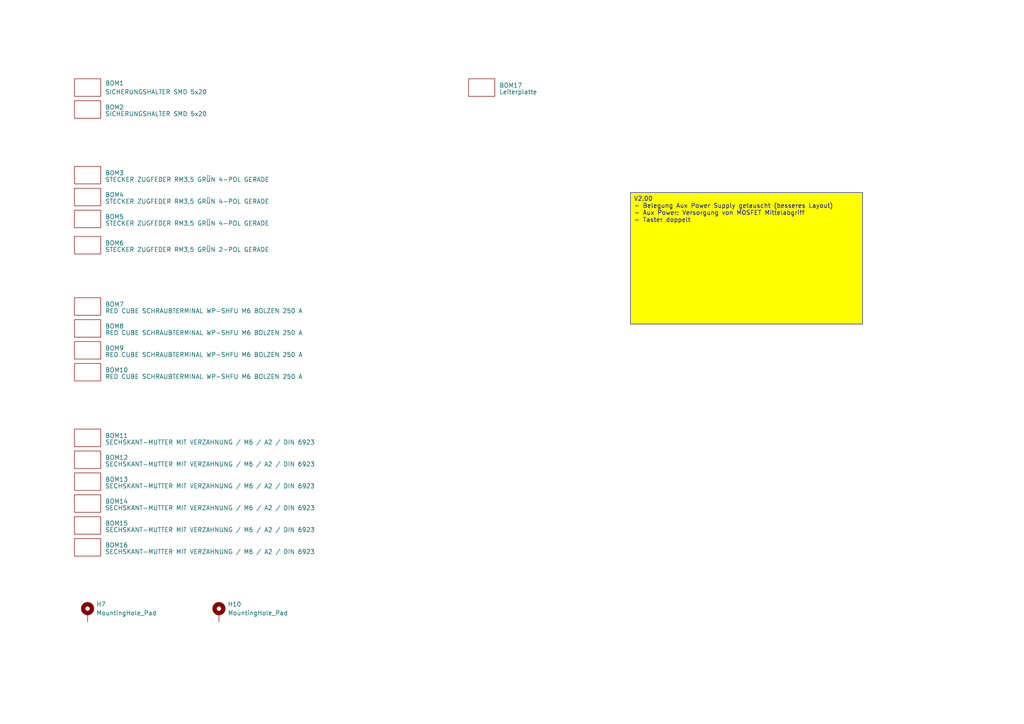
<source format=kicad_sch>
(kicad_sch
	(version 20250114)
	(generator "eeschema")
	(generator_version "9.0")
	(uuid "d2a2d163-13e4-4f1d-aa3d-79667ae6d2fb")
	(paper "A4")
	(lib_symbols
		(symbol "Mechanical:MountingHole_Pad"
			(pin_numbers
				(hide yes)
			)
			(pin_names
				(offset 1.016)
				(hide yes)
			)
			(exclude_from_sim yes)
			(in_bom no)
			(on_board yes)
			(property "Reference" "H"
				(at 0 6.35 0)
				(effects
					(font
						(size 1.27 1.27)
					)
				)
			)
			(property "Value" "MountingHole_Pad"
				(at 0 4.445 0)
				(effects
					(font
						(size 1.27 1.27)
					)
				)
			)
			(property "Footprint" ""
				(at 0 0 0)
				(effects
					(font
						(size 1.27 1.27)
					)
					(hide yes)
				)
			)
			(property "Datasheet" "~"
				(at 0 0 0)
				(effects
					(font
						(size 1.27 1.27)
					)
					(hide yes)
				)
			)
			(property "Description" "Mounting Hole with connection"
				(at 0 0 0)
				(effects
					(font
						(size 1.27 1.27)
					)
					(hide yes)
				)
			)
			(property "ki_keywords" "mounting hole"
				(at 0 0 0)
				(effects
					(font
						(size 1.27 1.27)
					)
					(hide yes)
				)
			)
			(property "ki_fp_filters" "MountingHole*Pad*"
				(at 0 0 0)
				(effects
					(font
						(size 1.27 1.27)
					)
					(hide yes)
				)
			)
			(symbol "MountingHole_Pad_0_1"
				(circle
					(center 0 1.27)
					(radius 1.27)
					(stroke
						(width 1.27)
						(type default)
					)
					(fill
						(type none)
					)
				)
			)
			(symbol "MountingHole_Pad_1_1"
				(pin input line
					(at 0 -2.54 90)
					(length 2.54)
					(name "1"
						(effects
							(font
								(size 1.27 1.27)
							)
						)
					)
					(number "1"
						(effects
							(font
								(size 1.27 1.27)
							)
						)
					)
				)
			)
			(embedded_fonts no)
		)
		(symbol "myBOM_Part:BOM-Part"
			(pin_numbers
				(hide yes)
			)
			(pin_names
				(offset 0)
				(hide yes)
			)
			(exclude_from_sim no)
			(in_bom yes)
			(on_board no)
			(property "Reference" "BOM"
				(at 0 0 0)
				(effects
					(font
						(size 1.27 1.27)
					)
				)
			)
			(property "Value" ""
				(at 0 0 0)
				(effects
					(font
						(size 1.27 1.27)
					)
				)
			)
			(property "Footprint" "myDummy:BOM-Dummy"
				(at 0 0 0)
				(effects
					(font
						(size 1.27 1.27)
					)
					(hide yes)
				)
			)
			(property "Datasheet" ""
				(at 0 0 0)
				(effects
					(font
						(size 1.27 1.27)
					)
					(hide yes)
				)
			)
			(property "Description" ""
				(at 0 0 0)
				(effects
					(font
						(size 1.27 1.27)
					)
					(hide yes)
				)
			)
			(symbol "BOM-Part_0_1"
				(rectangle
					(start -3.81 2.54)
					(end 3.81 -2.54)
					(stroke
						(width 0)
						(type default)
					)
					(fill
						(type none)
					)
				)
			)
			(embedded_fonts no)
		)
	)
	(text_box "V2.00\n- Belegung Aux Power Supply getauscht (besseres Layout)\n- Aux Power: Versorgung von MOSFET Mittelabgriff\n- Taster doppelt\n"
		(exclude_from_sim no)
		(at 182.88 55.88 0)
		(size 67.31 38.1)
		(margins 0.9525 0.9525 0.9525 0.9525)
		(stroke
			(width 0)
			(type solid)
		)
		(fill
			(type color)
			(color 255 255 0 1)
		)
		(effects
			(font
				(size 1.27 1.27)
			)
			(justify left top)
		)
		(uuid "24112d1c-5aa9-49ef-988a-13f18db7bec7")
	)
	(symbol
		(lib_id "myBOM_Part:BOM-Part")
		(at 25.4 158.75 0)
		(unit 1)
		(exclude_from_sim no)
		(in_bom yes)
		(on_board yes)
		(dnp no)
		(fields_autoplaced yes)
		(uuid "13be8445-2381-4989-b0c8-cb0b27a90645")
		(property "Reference" "BOM16"
			(at 30.48 158.1149 0)
			(effects
				(font
					(size 1.27 1.27)
				)
				(justify left)
			)
		)
		(property "Value" "SECHSKANT-MUTTER MIT VERZAHNUNG / M6 / A2 / DIN 6923"
			(at 30.48 160.02 0)
			(effects
				(font
					(size 1.27 1.27)
				)
				(justify left)
			)
		)
		(property "Footprint" "myBOM:BOM_PART_2x2mm"
			(at 25.4 158.75 0)
			(effects
				(font
					(size 1.27 1.27)
				)
				(hide yes)
			)
		)
		(property "Datasheet" ""
			(at 25.4 158.75 0)
			(effects
				(font
					(size 1.27 1.27)
				)
				(hide yes)
			)
		)
		(property "Description" "SECHSKANT-MUTTER MIT VERZAHNUNG / M6 / A2 / DIN 6923"
			(at 25.4 158.75 0)
			(effects
				(font
					(size 1.27 1.27)
				)
				(hide yes)
			)
		)
		(property "ECS Art#" "M589"
			(at 25.4 158.75 0)
			(effects
				(font
					(size 1.27 1.27)
				)
				(hide yes)
			)
		)
		(property "HAN" ""
			(at 25.4 158.75 0)
			(effects
				(font
					(size 1.27 1.27)
				)
				(hide yes)
			)
		)
		(property "Voltage" ""
			(at 25.4 158.75 0)
			(effects
				(font
					(size 1.27 1.27)
				)
				(hide yes)
			)
		)
		(property "Toleranz" ""
			(at 25.4 158.75 0)
			(effects
				(font
					(size 1.27 1.27)
				)
				(hide yes)
			)
		)
		(property "Hersteller" ""
			(at 25.4 158.75 0)
			(effects
				(font
					(size 1.27 1.27)
				)
				(hide yes)
			)
		)
		(instances
			(project "smartPro"
				(path "/bf1f8167-8e29-49cc-a467-dd9cc2c77246/4875905e-d35e-4049-a6aa-c7869d81fd32"
					(reference "BOM16")
					(unit 1)
				)
			)
		)
	)
	(symbol
		(lib_id "myBOM_Part:BOM-Part")
		(at 25.4 101.6 0)
		(unit 1)
		(exclude_from_sim no)
		(in_bom yes)
		(on_board yes)
		(dnp no)
		(fields_autoplaced yes)
		(uuid "1b6df1ec-0485-4b7d-a5ee-514894bd27bb")
		(property "Reference" "BOM9"
			(at 30.48 100.9649 0)
			(effects
				(font
					(size 1.27 1.27)
				)
				(justify left)
			)
		)
		(property "Value" "RED CUBE SCHRAUBTERMINAL WP-SHFU M6 BOLZEN 250 A"
			(at 30.48 102.87 0)
			(effects
				(font
					(size 1.27 1.27)
				)
				(justify left)
			)
		)
		(property "Footprint" "myBOM:BOM_PART_2x2mm"
			(at 25.4 101.6 0)
			(effects
				(font
					(size 1.27 1.27)
				)
				(hide yes)
			)
		)
		(property "Datasheet" ""
			(at 25.4 101.6 0)
			(effects
				(font
					(size 1.27 1.27)
				)
				(hide yes)
			)
		)
		(property "Description" "RED CUBE SCHRAUBTERMINAL WP-SHFU M6 BOLZEN 250 A"
			(at 25.4 101.6 0)
			(effects
				(font
					(size 1.27 1.27)
				)
				(hide yes)
			)
		)
		(property "ECS Art#" "CON521"
			(at 25.4 101.6 0)
			(effects
				(font
					(size 1.27 1.27)
				)
				(hide yes)
			)
		)
		(property "HAN" "7461098"
			(at 25.4 101.6 0)
			(effects
				(font
					(size 1.27 1.27)
				)
				(hide yes)
			)
		)
		(property "Voltage" ""
			(at 25.4 101.6 0)
			(effects
				(font
					(size 1.27 1.27)
				)
				(hide yes)
			)
		)
		(property "Toleranz" ""
			(at 25.4 101.6 0)
			(effects
				(font
					(size 1.27 1.27)
				)
				(hide yes)
			)
		)
		(property "Hersteller" "Würth"
			(at 25.4 101.6 0)
			(effects
				(font
					(size 1.27 1.27)
				)
				(hide yes)
			)
		)
		(instances
			(project "smartPro"
				(path "/bf1f8167-8e29-49cc-a467-dd9cc2c77246/4875905e-d35e-4049-a6aa-c7869d81fd32"
					(reference "BOM9")
					(unit 1)
				)
			)
		)
	)
	(symbol
		(lib_id "myBOM_Part:BOM-Part")
		(at 25.4 146.05 0)
		(unit 1)
		(exclude_from_sim no)
		(in_bom yes)
		(on_board yes)
		(dnp no)
		(fields_autoplaced yes)
		(uuid "2a14a79f-b15b-4981-b6b1-db220f193080")
		(property "Reference" "BOM14"
			(at 30.48 145.4149 0)
			(effects
				(font
					(size 1.27 1.27)
				)
				(justify left)
			)
		)
		(property "Value" "SECHSKANT-MUTTER MIT VERZAHNUNG / M6 / A2 / DIN 6923"
			(at 30.48 147.32 0)
			(effects
				(font
					(size 1.27 1.27)
				)
				(justify left)
			)
		)
		(property "Footprint" "myBOM:BOM_PART_2x2mm"
			(at 25.4 146.05 0)
			(effects
				(font
					(size 1.27 1.27)
				)
				(hide yes)
			)
		)
		(property "Datasheet" ""
			(at 25.4 146.05 0)
			(effects
				(font
					(size 1.27 1.27)
				)
				(hide yes)
			)
		)
		(property "Description" "SECHSKANT-MUTTER MIT VERZAHNUNG / M6 / A2 / DIN 6923"
			(at 25.4 146.05 0)
			(effects
				(font
					(size 1.27 1.27)
				)
				(hide yes)
			)
		)
		(property "ECS Art#" "M589"
			(at 25.4 146.05 0)
			(effects
				(font
					(size 1.27 1.27)
				)
				(hide yes)
			)
		)
		(property "HAN" ""
			(at 25.4 146.05 0)
			(effects
				(font
					(size 1.27 1.27)
				)
				(hide yes)
			)
		)
		(property "Voltage" ""
			(at 25.4 146.05 0)
			(effects
				(font
					(size 1.27 1.27)
				)
				(hide yes)
			)
		)
		(property "Toleranz" ""
			(at 25.4 146.05 0)
			(effects
				(font
					(size 1.27 1.27)
				)
				(hide yes)
			)
		)
		(property "Hersteller" ""
			(at 25.4 146.05 0)
			(effects
				(font
					(size 1.27 1.27)
				)
				(hide yes)
			)
		)
		(instances
			(project "smartPro"
				(path "/bf1f8167-8e29-49cc-a467-dd9cc2c77246/4875905e-d35e-4049-a6aa-c7869d81fd32"
					(reference "BOM14")
					(unit 1)
				)
			)
		)
	)
	(symbol
		(lib_id "myBOM_Part:BOM-Part")
		(at 25.4 139.7 0)
		(unit 1)
		(exclude_from_sim no)
		(in_bom yes)
		(on_board yes)
		(dnp no)
		(fields_autoplaced yes)
		(uuid "2ff67a74-e4b4-4e20-ba8c-99282f2a2b30")
		(property "Reference" "BOM13"
			(at 30.48 139.0649 0)
			(effects
				(font
					(size 1.27 1.27)
				)
				(justify left)
			)
		)
		(property "Value" "SECHSKANT-MUTTER MIT VERZAHNUNG / M6 / A2 / DIN 6923"
			(at 30.48 140.97 0)
			(effects
				(font
					(size 1.27 1.27)
				)
				(justify left)
			)
		)
		(property "Footprint" "myBOM:BOM_PART_2x2mm"
			(at 25.4 139.7 0)
			(effects
				(font
					(size 1.27 1.27)
				)
				(hide yes)
			)
		)
		(property "Datasheet" ""
			(at 25.4 139.7 0)
			(effects
				(font
					(size 1.27 1.27)
				)
				(hide yes)
			)
		)
		(property "Description" "SECHSKANT-MUTTER MIT VERZAHNUNG / M6 / A2 / DIN 6923"
			(at 25.4 139.7 0)
			(effects
				(font
					(size 1.27 1.27)
				)
				(hide yes)
			)
		)
		(property "ECS Art#" "M589"
			(at 25.4 139.7 0)
			(effects
				(font
					(size 1.27 1.27)
				)
				(hide yes)
			)
		)
		(property "HAN" ""
			(at 25.4 139.7 0)
			(effects
				(font
					(size 1.27 1.27)
				)
				(hide yes)
			)
		)
		(property "Voltage" ""
			(at 25.4 139.7 0)
			(effects
				(font
					(size 1.27 1.27)
				)
				(hide yes)
			)
		)
		(property "Toleranz" ""
			(at 25.4 139.7 0)
			(effects
				(font
					(size 1.27 1.27)
				)
				(hide yes)
			)
		)
		(property "Hersteller" ""
			(at 25.4 139.7 0)
			(effects
				(font
					(size 1.27 1.27)
				)
				(hide yes)
			)
		)
		(instances
			(project "smartPro"
				(path "/bf1f8167-8e29-49cc-a467-dd9cc2c77246/4875905e-d35e-4049-a6aa-c7869d81fd32"
					(reference "BOM13")
					(unit 1)
				)
			)
		)
	)
	(symbol
		(lib_id "myBOM_Part:BOM-Part")
		(at 25.4 107.95 0)
		(unit 1)
		(exclude_from_sim no)
		(in_bom yes)
		(on_board yes)
		(dnp no)
		(fields_autoplaced yes)
		(uuid "33ba4f5c-fa84-45f2-bf01-aade6a0ebfe8")
		(property "Reference" "BOM10"
			(at 30.48 107.3149 0)
			(effects
				(font
					(size 1.27 1.27)
				)
				(justify left)
			)
		)
		(property "Value" "RED CUBE SCHRAUBTERMINAL WP-SHFU M6 BOLZEN 250 A"
			(at 30.48 109.22 0)
			(effects
				(font
					(size 1.27 1.27)
				)
				(justify left)
			)
		)
		(property "Footprint" "myBOM:BOM_PART_2x2mm"
			(at 25.4 107.95 0)
			(effects
				(font
					(size 1.27 1.27)
				)
				(hide yes)
			)
		)
		(property "Datasheet" ""
			(at 25.4 107.95 0)
			(effects
				(font
					(size 1.27 1.27)
				)
				(hide yes)
			)
		)
		(property "Description" "RED CUBE SCHRAUBTERMINAL WP-SHFU M6 BOLZEN 250 A"
			(at 25.4 107.95 0)
			(effects
				(font
					(size 1.27 1.27)
				)
				(hide yes)
			)
		)
		(property "ECS Art#" "CON521"
			(at 25.4 107.95 0)
			(effects
				(font
					(size 1.27 1.27)
				)
				(hide yes)
			)
		)
		(property "HAN" "7461098"
			(at 25.4 107.95 0)
			(effects
				(font
					(size 1.27 1.27)
				)
				(hide yes)
			)
		)
		(property "Voltage" ""
			(at 25.4 107.95 0)
			(effects
				(font
					(size 1.27 1.27)
				)
				(hide yes)
			)
		)
		(property "Toleranz" ""
			(at 25.4 107.95 0)
			(effects
				(font
					(size 1.27 1.27)
				)
				(hide yes)
			)
		)
		(property "Hersteller" "Würth"
			(at 25.4 107.95 0)
			(effects
				(font
					(size 1.27 1.27)
				)
				(hide yes)
			)
		)
		(instances
			(project "smartPro"
				(path "/bf1f8167-8e29-49cc-a467-dd9cc2c77246/4875905e-d35e-4049-a6aa-c7869d81fd32"
					(reference "BOM10")
					(unit 1)
				)
			)
		)
	)
	(symbol
		(lib_id "myBOM_Part:BOM-Part")
		(at 25.4 95.25 0)
		(unit 1)
		(exclude_from_sim no)
		(in_bom yes)
		(on_board yes)
		(dnp no)
		(fields_autoplaced yes)
		(uuid "3af4fbd4-d40e-452c-9e32-001077c1c6aa")
		(property "Reference" "BOM8"
			(at 30.48 94.6149 0)
			(effects
				(font
					(size 1.27 1.27)
				)
				(justify left)
			)
		)
		(property "Value" "RED CUBE SCHRAUBTERMINAL WP-SHFU M6 BOLZEN 250 A"
			(at 30.48 96.52 0)
			(effects
				(font
					(size 1.27 1.27)
				)
				(justify left)
			)
		)
		(property "Footprint" "myBOM:BOM_PART_2x2mm"
			(at 25.4 95.25 0)
			(effects
				(font
					(size 1.27 1.27)
				)
				(hide yes)
			)
		)
		(property "Datasheet" ""
			(at 25.4 95.25 0)
			(effects
				(font
					(size 1.27 1.27)
				)
				(hide yes)
			)
		)
		(property "Description" "RED CUBE SCHRAUBTERMINAL WP-SHFU M6 BOLZEN 250 A"
			(at 25.4 95.25 0)
			(effects
				(font
					(size 1.27 1.27)
				)
				(hide yes)
			)
		)
		(property "ECS Art#" "CON521"
			(at 25.4 95.25 0)
			(effects
				(font
					(size 1.27 1.27)
				)
				(hide yes)
			)
		)
		(property "HAN" "7461098"
			(at 25.4 95.25 0)
			(effects
				(font
					(size 1.27 1.27)
				)
				(hide yes)
			)
		)
		(property "Voltage" ""
			(at 25.4 95.25 0)
			(effects
				(font
					(size 1.27 1.27)
				)
				(hide yes)
			)
		)
		(property "Toleranz" ""
			(at 25.4 95.25 0)
			(effects
				(font
					(size 1.27 1.27)
				)
				(hide yes)
			)
		)
		(property "Hersteller" "Würth"
			(at 25.4 95.25 0)
			(effects
				(font
					(size 1.27 1.27)
				)
				(hide yes)
			)
		)
		(instances
			(project "smartPro"
				(path "/bf1f8167-8e29-49cc-a467-dd9cc2c77246/4875905e-d35e-4049-a6aa-c7869d81fd32"
					(reference "BOM8")
					(unit 1)
				)
			)
		)
	)
	(symbol
		(lib_id "myBOM_Part:BOM-Part")
		(at 25.4 50.8 0)
		(unit 1)
		(exclude_from_sim no)
		(in_bom yes)
		(on_board yes)
		(dnp no)
		(fields_autoplaced yes)
		(uuid "3b1edae6-9a49-468b-9575-917881cfa914")
		(property "Reference" "BOM3"
			(at 30.48 50.1649 0)
			(effects
				(font
					(size 1.27 1.27)
				)
				(justify left)
			)
		)
		(property "Value" "STECKER ZUGFEDER RM3,5 GRÜN 4-POL GERADE"
			(at 30.48 52.07 0)
			(effects
				(font
					(size 1.27 1.27)
				)
				(justify left)
			)
		)
		(property "Footprint" "myBOM:BOM_PART_2x2mm"
			(at 25.4 50.8 0)
			(effects
				(font
					(size 1.27 1.27)
				)
				(hide yes)
			)
		)
		(property "Datasheet" "https://www.lcsc.com/datasheet/lcsc_datasheet_2111222030_Cixi-Kefa-Elec-KF2EDGKN-3-5-4P_C2923001.pdf"
			(at 25.4 50.8 0)
			(effects
				(font
					(size 1.27 1.27)
				)
				(hide yes)
			)
		)
		(property "Description" "STECKER ZUGFEDER RM3,5 GRÜN 4-POL GERADE"
			(at 25.4 50.8 0)
			(effects
				(font
					(size 1.27 1.27)
				)
				(hide yes)
			)
		)
		(property "ECS Art#" "CON592"
			(at 25.4 50.8 0)
			(effects
				(font
					(size 1.27 1.27)
				)
				(hide yes)
			)
		)
		(property "HAN" "KF2EDGKN-3.5-4P"
			(at 25.4 50.8 0)
			(effects
				(font
					(size 1.27 1.27)
				)
				(hide yes)
			)
		)
		(property "Voltage" ""
			(at 25.4 50.8 0)
			(effects
				(font
					(size 1.27 1.27)
				)
				(hide yes)
			)
		)
		(property "Toleranz" ""
			(at 25.4 50.8 0)
			(effects
				(font
					(size 1.27 1.27)
				)
				(hide yes)
			)
		)
		(property "Hersteller" "Cici"
			(at 25.4 50.8 0)
			(effects
				(font
					(size 1.27 1.27)
				)
				(hide yes)
			)
		)
		(instances
			(project "greenSmartSwitch"
				(path "/bf1f8167-8e29-49cc-a467-dd9cc2c77246/4875905e-d35e-4049-a6aa-c7869d81fd32"
					(reference "BOM3")
					(unit 1)
				)
			)
		)
	)
	(symbol
		(lib_id "myBOM_Part:BOM-Part")
		(at 139.7 25.4 0)
		(unit 1)
		(exclude_from_sim no)
		(in_bom yes)
		(on_board yes)
		(dnp no)
		(fields_autoplaced yes)
		(uuid "4b9b21af-a34a-4336-aa7c-8aa0c8a915e5")
		(property "Reference" "BOM17"
			(at 144.78 24.7649 0)
			(effects
				(font
					(size 1.27 1.27)
				)
				(justify left)
			)
		)
		(property "Value" "Leiterplatte"
			(at 144.78 26.67 0)
			(effects
				(font
					(size 1.27 1.27)
				)
				(justify left)
			)
		)
		(property "Footprint" "myBOM:BOM_PART_2x2mm"
			(at 139.7 25.4 0)
			(effects
				(font
					(size 1.27 1.27)
				)
				(hide yes)
			)
		)
		(property "Datasheet" ""
			(at 139.7 25.4 0)
			(effects
				(font
					(size 1.27 1.27)
				)
				(hide yes)
			)
		)
		(property "Description" "ECS_SMART_PRO_209_LP"
			(at 139.7 25.4 0)
			(effects
				(font
					(size 1.27 1.27)
				)
				(hide yes)
			)
		)
		(property "ECS Art#" "PT097"
			(at 139.7 25.4 0)
			(effects
				(font
					(size 1.27 1.27)
				)
				(hide yes)
			)
		)
		(property "HAN" ""
			(at 139.7 25.4 0)
			(effects
				(font
					(size 1.27 1.27)
				)
				(hide yes)
			)
		)
		(property "Voltage" ""
			(at 139.7 25.4 0)
			(effects
				(font
					(size 1.27 1.27)
				)
				(hide yes)
			)
		)
		(property "Toleranz" ""
			(at 139.7 25.4 0)
			(effects
				(font
					(size 1.27 1.27)
				)
				(hide yes)
			)
		)
		(property "Hersteller" ""
			(at 139.7 25.4 0)
			(effects
				(font
					(size 1.27 1.27)
				)
				(hide yes)
			)
		)
		(instances
			(project "greenSmartSwitch"
				(path "/bf1f8167-8e29-49cc-a467-dd9cc2c77246/4875905e-d35e-4049-a6aa-c7869d81fd32"
					(reference "BOM17")
					(unit 1)
				)
			)
		)
	)
	(symbol
		(lib_id "myBOM_Part:BOM-Part")
		(at 25.4 88.9 0)
		(unit 1)
		(exclude_from_sim no)
		(in_bom yes)
		(on_board yes)
		(dnp no)
		(fields_autoplaced yes)
		(uuid "5f0ba118-cb7e-46a6-9e22-451927bb40a6")
		(property "Reference" "BOM7"
			(at 30.48 88.2649 0)
			(effects
				(font
					(size 1.27 1.27)
				)
				(justify left)
			)
		)
		(property "Value" "RED CUBE SCHRAUBTERMINAL WP-SHFU M6 BOLZEN 250 A"
			(at 30.48 90.17 0)
			(effects
				(font
					(size 1.27 1.27)
				)
				(justify left)
			)
		)
		(property "Footprint" "myBOM:BOM_PART_2x2mm"
			(at 25.4 88.9 0)
			(effects
				(font
					(size 1.27 1.27)
				)
				(hide yes)
			)
		)
		(property "Datasheet" ""
			(at 25.4 88.9 0)
			(effects
				(font
					(size 1.27 1.27)
				)
				(hide yes)
			)
		)
		(property "Description" "RED CUBE SCHRAUBTERMINAL WP-SHFU M6 BOLZEN 250 A"
			(at 25.4 88.9 0)
			(effects
				(font
					(size 1.27 1.27)
				)
				(hide yes)
			)
		)
		(property "ECS Art#" "CON521"
			(at 25.4 88.9 0)
			(effects
				(font
					(size 1.27 1.27)
				)
				(hide yes)
			)
		)
		(property "HAN" "7461098"
			(at 25.4 88.9 0)
			(effects
				(font
					(size 1.27 1.27)
				)
				(hide yes)
			)
		)
		(property "Voltage" ""
			(at 25.4 88.9 0)
			(effects
				(font
					(size 1.27 1.27)
				)
				(hide yes)
			)
		)
		(property "Toleranz" ""
			(at 25.4 88.9 0)
			(effects
				(font
					(size 1.27 1.27)
				)
				(hide yes)
			)
		)
		(property "Hersteller" "Würth"
			(at 25.4 88.9 0)
			(effects
				(font
					(size 1.27 1.27)
				)
				(hide yes)
			)
		)
		(instances
			(project "smartPro"
				(path "/bf1f8167-8e29-49cc-a467-dd9cc2c77246/4875905e-d35e-4049-a6aa-c7869d81fd32"
					(reference "BOM7")
					(unit 1)
				)
			)
		)
	)
	(symbol
		(lib_id "Mechanical:MountingHole_Pad")
		(at 25.4 177.8 0)
		(unit 1)
		(exclude_from_sim yes)
		(in_bom no)
		(on_board yes)
		(dnp no)
		(fields_autoplaced yes)
		(uuid "64eab666-6449-4ddc-b6ea-8ddf6dce9762")
		(property "Reference" "H7"
			(at 27.94 175.2599 0)
			(effects
				(font
					(size 1.27 1.27)
				)
				(justify left)
			)
		)
		(property "Value" "MountingHole_Pad"
			(at 27.94 177.7999 0)
			(effects
				(font
					(size 1.27 1.27)
				)
				(justify left)
			)
		)
		(property "Footprint" "MountingHole:MountingHole_4.3mm_M4_DIN965_Pad"
			(at 25.4 177.8 0)
			(effects
				(font
					(size 1.27 1.27)
				)
				(hide yes)
			)
		)
		(property "Datasheet" "~"
			(at 25.4 177.8 0)
			(effects
				(font
					(size 1.27 1.27)
				)
				(hide yes)
			)
		)
		(property "Description" "Mounting Hole with connection"
			(at 25.4 177.8 0)
			(effects
				(font
					(size 1.27 1.27)
				)
				(hide yes)
			)
		)
		(pin "1"
			(uuid "ac44c1fc-a127-40ef-8928-2623fe9de048")
		)
		(instances
			(project ""
				(path "/bf1f8167-8e29-49cc-a467-dd9cc2c77246/4875905e-d35e-4049-a6aa-c7869d81fd32"
					(reference "H7")
					(unit 1)
				)
			)
		)
	)
	(symbol
		(lib_id "myBOM_Part:BOM-Part")
		(at 25.4 133.35 0)
		(unit 1)
		(exclude_from_sim no)
		(in_bom yes)
		(on_board yes)
		(dnp no)
		(fields_autoplaced yes)
		(uuid "746dd0fa-2fd4-48ee-8689-2235f0729ffb")
		(property "Reference" "BOM12"
			(at 30.48 132.7149 0)
			(effects
				(font
					(size 1.27 1.27)
				)
				(justify left)
			)
		)
		(property "Value" "SECHSKANT-MUTTER MIT VERZAHNUNG / M6 / A2 / DIN 6923"
			(at 30.48 134.62 0)
			(effects
				(font
					(size 1.27 1.27)
				)
				(justify left)
			)
		)
		(property "Footprint" "myBOM:BOM_PART_2x2mm"
			(at 25.4 133.35 0)
			(effects
				(font
					(size 1.27 1.27)
				)
				(hide yes)
			)
		)
		(property "Datasheet" ""
			(at 25.4 133.35 0)
			(effects
				(font
					(size 1.27 1.27)
				)
				(hide yes)
			)
		)
		(property "Description" "SECHSKANT-MUTTER MIT VERZAHNUNG / M6 / A2 / DIN 6923"
			(at 25.4 133.35 0)
			(effects
				(font
					(size 1.27 1.27)
				)
				(hide yes)
			)
		)
		(property "ECS Art#" "M589"
			(at 25.4 133.35 0)
			(effects
				(font
					(size 1.27 1.27)
				)
				(hide yes)
			)
		)
		(property "HAN" ""
			(at 25.4 133.35 0)
			(effects
				(font
					(size 1.27 1.27)
				)
				(hide yes)
			)
		)
		(property "Voltage" ""
			(at 25.4 133.35 0)
			(effects
				(font
					(size 1.27 1.27)
				)
				(hide yes)
			)
		)
		(property "Toleranz" ""
			(at 25.4 133.35 0)
			(effects
				(font
					(size 1.27 1.27)
				)
				(hide yes)
			)
		)
		(property "Hersteller" ""
			(at 25.4 133.35 0)
			(effects
				(font
					(size 1.27 1.27)
				)
				(hide yes)
			)
		)
		(instances
			(project "smartPro"
				(path "/bf1f8167-8e29-49cc-a467-dd9cc2c77246/4875905e-d35e-4049-a6aa-c7869d81fd32"
					(reference "BOM12")
					(unit 1)
				)
			)
		)
	)
	(symbol
		(lib_id "myBOM_Part:BOM-Part")
		(at 25.4 31.75 0)
		(unit 1)
		(exclude_from_sim no)
		(in_bom yes)
		(on_board yes)
		(dnp no)
		(fields_autoplaced yes)
		(uuid "9a77df8c-b0c0-4ce7-a108-fd8d16d413f3")
		(property "Reference" "BOM2"
			(at 30.48 31.1149 0)
			(effects
				(font
					(size 1.27 1.27)
				)
				(justify left)
			)
		)
		(property "Value" "SICHERUNGSHALTER SMD 5x20"
			(at 30.48 33.02 0)
			(effects
				(font
					(size 1.27 1.27)
				)
				(justify left)
			)
		)
		(property "Footprint" "myBOM:BOM_PART_2x2mm"
			(at 25.4 31.75 0)
			(effects
				(font
					(size 1.27 1.27)
				)
				(hide yes)
			)
		)
		(property "Datasheet" "https://shopapi.schukat.com/medias/typ-OGN.pdf?context=bWFzdGVyfHBpbWFzc2V0c3w1MDMzMzZ8YXBwbGljYXRpb24vcGRmfGFEYzBMMmhrTWk4eE1EUTNOVFEzTXpRek5qY3dNaTkwZVhCZlQwZE9MbkJrWmd8Mjg4NGY1YzRmZWU5YjM2YzY0MWZmYmZlYmEzOTNkZjk5YzQyYTRmOWZkOWZjZDBiNjZkMmZiM2QzMWY3ODhiNQ&_gl=1*1v30h1u*_gcl_au*NDkwMDc0NzYyLjE3MzU3MjkyODQ."
			(at 25.4 31.75 0)
			(effects
				(font
					(size 1.27 1.27)
				)
				(hide yes)
			)
		)
		(property "Description" ""
			(at 25.4 31.75 0)
			(effects
				(font
					(size 1.27 1.27)
				)
				(hide yes)
			)
		)
		(property "ECS Art#" "EM469"
			(at 25.4 31.75 0)
			(effects
				(font
					(size 1.27 1.27)
				)
				(hide yes)
			)
		)
		(property "HAN" "0031.8221"
			(at 25.4 31.75 0)
			(effects
				(font
					(size 1.27 1.27)
				)
				(hide yes)
			)
		)
		(property "Voltage" ""
			(at 25.4 31.75 0)
			(effects
				(font
					(size 1.27 1.27)
				)
				(hide yes)
			)
		)
		(property "Toleranz" ""
			(at 25.4 31.75 0)
			(effects
				(font
					(size 1.27 1.27)
				)
				(hide yes)
			)
		)
		(property "Hersteller" "Schurter"
			(at 25.4 31.75 0)
			(effects
				(font
					(size 1.27 1.27)
				)
				(hide yes)
			)
		)
		(instances
			(project "greenSmartSwitch"
				(path "/bf1f8167-8e29-49cc-a467-dd9cc2c77246/4875905e-d35e-4049-a6aa-c7869d81fd32"
					(reference "BOM2")
					(unit 1)
				)
			)
		)
	)
	(symbol
		(lib_id "myBOM_Part:BOM-Part")
		(at 25.4 152.4 0)
		(unit 1)
		(exclude_from_sim no)
		(in_bom yes)
		(on_board yes)
		(dnp no)
		(fields_autoplaced yes)
		(uuid "b0200fd0-8ecf-4179-8745-ae77b7d2a14d")
		(property "Reference" "BOM15"
			(at 30.48 151.7649 0)
			(effects
				(font
					(size 1.27 1.27)
				)
				(justify left)
			)
		)
		(property "Value" "SECHSKANT-MUTTER MIT VERZAHNUNG / M6 / A2 / DIN 6923"
			(at 30.48 153.67 0)
			(effects
				(font
					(size 1.27 1.27)
				)
				(justify left)
			)
		)
		(property "Footprint" "myBOM:BOM_PART_2x2mm"
			(at 25.4 152.4 0)
			(effects
				(font
					(size 1.27 1.27)
				)
				(hide yes)
			)
		)
		(property "Datasheet" ""
			(at 25.4 152.4 0)
			(effects
				(font
					(size 1.27 1.27)
				)
				(hide yes)
			)
		)
		(property "Description" "SECHSKANT-MUTTER MIT VERZAHNUNG / M6 / A2 / DIN 6923"
			(at 25.4 152.4 0)
			(effects
				(font
					(size 1.27 1.27)
				)
				(hide yes)
			)
		)
		(property "ECS Art#" "M589"
			(at 25.4 152.4 0)
			(effects
				(font
					(size 1.27 1.27)
				)
				(hide yes)
			)
		)
		(property "HAN" ""
			(at 25.4 152.4 0)
			(effects
				(font
					(size 1.27 1.27)
				)
				(hide yes)
			)
		)
		(property "Voltage" ""
			(at 25.4 152.4 0)
			(effects
				(font
					(size 1.27 1.27)
				)
				(hide yes)
			)
		)
		(property "Toleranz" ""
			(at 25.4 152.4 0)
			(effects
				(font
					(size 1.27 1.27)
				)
				(hide yes)
			)
		)
		(property "Hersteller" ""
			(at 25.4 152.4 0)
			(effects
				(font
					(size 1.27 1.27)
				)
				(hide yes)
			)
		)
		(instances
			(project "smartPro"
				(path "/bf1f8167-8e29-49cc-a467-dd9cc2c77246/4875905e-d35e-4049-a6aa-c7869d81fd32"
					(reference "BOM15")
					(unit 1)
				)
			)
		)
	)
	(symbol
		(lib_id "myBOM_Part:BOM-Part")
		(at 25.4 57.15 0)
		(unit 1)
		(exclude_from_sim no)
		(in_bom yes)
		(on_board yes)
		(dnp no)
		(fields_autoplaced yes)
		(uuid "b9323593-7eaa-4655-b02b-2825538f14c1")
		(property "Reference" "BOM4"
			(at 30.48 56.5149 0)
			(effects
				(font
					(size 1.27 1.27)
				)
				(justify left)
			)
		)
		(property "Value" "STECKER ZUGFEDER RM3,5 GRÜN 4-POL GERADE"
			(at 30.48 58.42 0)
			(effects
				(font
					(size 1.27 1.27)
				)
				(justify left)
			)
		)
		(property "Footprint" "myBOM:BOM_PART_2x2mm"
			(at 25.4 57.15 0)
			(effects
				(font
					(size 1.27 1.27)
				)
				(hide yes)
			)
		)
		(property "Datasheet" "https://www.lcsc.com/datasheet/lcsc_datasheet_2111222030_Cixi-Kefa-Elec-KF2EDGKN-3-5-4P_C2923001.pdf"
			(at 25.4 57.15 0)
			(effects
				(font
					(size 1.27 1.27)
				)
				(hide yes)
			)
		)
		(property "Description" "STECKER ZUGFEDER RM3,5 GRÜN 4-POL GERADE"
			(at 25.4 57.15 0)
			(effects
				(font
					(size 1.27 1.27)
				)
				(hide yes)
			)
		)
		(property "ECS Art#" "CON592"
			(at 25.4 57.15 0)
			(effects
				(font
					(size 1.27 1.27)
				)
				(hide yes)
			)
		)
		(property "HAN" "KF2EDGKN-3.5-4P"
			(at 25.4 57.15 0)
			(effects
				(font
					(size 1.27 1.27)
				)
				(hide yes)
			)
		)
		(property "Voltage" ""
			(at 25.4 57.15 0)
			(effects
				(font
					(size 1.27 1.27)
				)
				(hide yes)
			)
		)
		(property "Toleranz" ""
			(at 25.4 57.15 0)
			(effects
				(font
					(size 1.27 1.27)
				)
				(hide yes)
			)
		)
		(property "Hersteller" "Cici"
			(at 25.4 57.15 0)
			(effects
				(font
					(size 1.27 1.27)
				)
				(hide yes)
			)
		)
		(instances
			(project "greenSmartSwitch"
				(path "/bf1f8167-8e29-49cc-a467-dd9cc2c77246/4875905e-d35e-4049-a6aa-c7869d81fd32"
					(reference "BOM4")
					(unit 1)
				)
			)
		)
	)
	(symbol
		(lib_id "myBOM_Part:BOM-Part")
		(at 25.4 127 0)
		(unit 1)
		(exclude_from_sim no)
		(in_bom yes)
		(on_board yes)
		(dnp no)
		(fields_autoplaced yes)
		(uuid "dd89091e-41fe-4325-af0c-8fed61e12720")
		(property "Reference" "BOM11"
			(at 30.48 126.3649 0)
			(effects
				(font
					(size 1.27 1.27)
				)
				(justify left)
			)
		)
		(property "Value" "SECHSKANT-MUTTER MIT VERZAHNUNG / M6 / A2 / DIN 6923"
			(at 30.48 128.27 0)
			(effects
				(font
					(size 1.27 1.27)
				)
				(justify left)
			)
		)
		(property "Footprint" "myBOM:BOM_PART_2x2mm"
			(at 25.4 127 0)
			(effects
				(font
					(size 1.27 1.27)
				)
				(hide yes)
			)
		)
		(property "Datasheet" ""
			(at 25.4 127 0)
			(effects
				(font
					(size 1.27 1.27)
				)
				(hide yes)
			)
		)
		(property "Description" "SECHSKANT-MUTTER MIT VERZAHNUNG / M6 / A2 / DIN 6923"
			(at 25.4 127 0)
			(effects
				(font
					(size 1.27 1.27)
				)
				(hide yes)
			)
		)
		(property "ECS Art#" "M589"
			(at 25.4 127 0)
			(effects
				(font
					(size 1.27 1.27)
				)
				(hide yes)
			)
		)
		(property "HAN" ""
			(at 25.4 127 0)
			(effects
				(font
					(size 1.27 1.27)
				)
				(hide yes)
			)
		)
		(property "Voltage" ""
			(at 25.4 127 0)
			(effects
				(font
					(size 1.27 1.27)
				)
				(hide yes)
			)
		)
		(property "Toleranz" ""
			(at 25.4 127 0)
			(effects
				(font
					(size 1.27 1.27)
				)
				(hide yes)
			)
		)
		(property "Hersteller" ""
			(at 25.4 127 0)
			(effects
				(font
					(size 1.27 1.27)
				)
				(hide yes)
			)
		)
		(instances
			(project "smartPro"
				(path "/bf1f8167-8e29-49cc-a467-dd9cc2c77246/4875905e-d35e-4049-a6aa-c7869d81fd32"
					(reference "BOM11")
					(unit 1)
				)
			)
		)
	)
	(symbol
		(lib_id "myBOM_Part:BOM-Part")
		(at 25.4 63.5 0)
		(unit 1)
		(exclude_from_sim no)
		(in_bom yes)
		(on_board yes)
		(dnp no)
		(fields_autoplaced yes)
		(uuid "de01e9d5-c9c5-4266-ae28-85fc98121fa8")
		(property "Reference" "BOM5"
			(at 30.48 62.8649 0)
			(effects
				(font
					(size 1.27 1.27)
				)
				(justify left)
			)
		)
		(property "Value" "STECKER ZUGFEDER RM3,5 GRÜN 4-POL GERADE"
			(at 30.48 64.77 0)
			(effects
				(font
					(size 1.27 1.27)
				)
				(justify left)
			)
		)
		(property "Footprint" "myBOM:BOM_PART_2x2mm"
			(at 25.4 63.5 0)
			(effects
				(font
					(size 1.27 1.27)
				)
				(hide yes)
			)
		)
		(property "Datasheet" "https://www.lcsc.com/datasheet/lcsc_datasheet_2111222030_Cixi-Kefa-Elec-KF2EDGKN-3-5-4P_C2923001.pdf"
			(at 25.4 63.5 0)
			(effects
				(font
					(size 1.27 1.27)
				)
				(hide yes)
			)
		)
		(property "Description" "STECKER ZUGFEDER RM3,5 GRÜN 4-POL GERADE"
			(at 25.4 63.5 0)
			(effects
				(font
					(size 1.27 1.27)
				)
				(hide yes)
			)
		)
		(property "ECS Art#" "CON592"
			(at 25.4 63.5 0)
			(effects
				(font
					(size 1.27 1.27)
				)
				(hide yes)
			)
		)
		(property "HAN" "KF2EDGKN-3.5-4P"
			(at 25.4 63.5 0)
			(effects
				(font
					(size 1.27 1.27)
				)
				(hide yes)
			)
		)
		(property "Voltage" ""
			(at 25.4 63.5 0)
			(effects
				(font
					(size 1.27 1.27)
				)
				(hide yes)
			)
		)
		(property "Toleranz" ""
			(at 25.4 63.5 0)
			(effects
				(font
					(size 1.27 1.27)
				)
				(hide yes)
			)
		)
		(property "Hersteller" "Cici"
			(at 25.4 63.5 0)
			(effects
				(font
					(size 1.27 1.27)
				)
				(hide yes)
			)
		)
		(instances
			(project "greenSmartSwitch"
				(path "/bf1f8167-8e29-49cc-a467-dd9cc2c77246/4875905e-d35e-4049-a6aa-c7869d81fd32"
					(reference "BOM5")
					(unit 1)
				)
			)
		)
	)
	(symbol
		(lib_id "Mechanical:MountingHole_Pad")
		(at 63.5 177.8 0)
		(unit 1)
		(exclude_from_sim yes)
		(in_bom no)
		(on_board yes)
		(dnp no)
		(fields_autoplaced yes)
		(uuid "de3460e3-34cf-4849-b543-1d01d5779549")
		(property "Reference" "H10"
			(at 66.04 175.2599 0)
			(effects
				(font
					(size 1.27 1.27)
				)
				(justify left)
			)
		)
		(property "Value" "MountingHole_Pad"
			(at 66.04 177.7999 0)
			(effects
				(font
					(size 1.27 1.27)
				)
				(justify left)
			)
		)
		(property "Footprint" "MountingHole:MountingHole_4.3mm_M4_DIN965_Pad"
			(at 63.5 177.8 0)
			(effects
				(font
					(size 1.27 1.27)
				)
				(hide yes)
			)
		)
		(property "Datasheet" "~"
			(at 63.5 177.8 0)
			(effects
				(font
					(size 1.27 1.27)
				)
				(hide yes)
			)
		)
		(property "Description" "Mounting Hole with connection"
			(at 63.5 177.8 0)
			(effects
				(font
					(size 1.27 1.27)
				)
				(hide yes)
			)
		)
		(pin "1"
			(uuid "d6623587-dc32-45a6-b4e2-17d042cc3baf")
		)
		(instances
			(project "smartPro"
				(path "/bf1f8167-8e29-49cc-a467-dd9cc2c77246/4875905e-d35e-4049-a6aa-c7869d81fd32"
					(reference "H10")
					(unit 1)
				)
			)
		)
	)
	(symbol
		(lib_id "myBOM_Part:BOM-Part")
		(at 25.4 25.4 180)
		(unit 1)
		(exclude_from_sim no)
		(in_bom yes)
		(on_board yes)
		(dnp no)
		(fields_autoplaced yes)
		(uuid "e64363a9-72c2-4668-ae9d-e85af351ba12")
		(property "Reference" "BOM1"
			(at 30.48 24.1299 0)
			(effects
				(font
					(size 1.27 1.27)
				)
				(justify right)
			)
		)
		(property "Value" "SICHERUNGSHALTER SMD 5x20"
			(at 30.48 26.6699 0)
			(effects
				(font
					(size 1.27 1.27)
				)
				(justify right)
			)
		)
		(property "Footprint" "myBOM:BOM_PART_2x2mm"
			(at 25.4 25.4 0)
			(effects
				(font
					(size 1.27 1.27)
				)
				(hide yes)
			)
		)
		(property "Datasheet" "https://shopapi.schukat.com/medias/typ-OGN.pdf?context=bWFzdGVyfHBpbWFzc2V0c3w1MDMzMzZ8YXBwbGljYXRpb24vcGRmfGFEYzBMMmhrTWk4eE1EUTNOVFEzTXpRek5qY3dNaTkwZVhCZlQwZE9MbkJrWmd8Mjg4NGY1YzRmZWU5YjM2YzY0MWZmYmZlYmEzOTNkZjk5YzQyYTRmOWZkOWZjZDBiNjZkMmZiM2QzMWY3ODhiNQ&_gl=1*1v30h1u*_gcl_au*NDkwMDc0NzYyLjE3MzU3MjkyODQ."
			(at 25.4 25.4 0)
			(effects
				(font
					(size 1.27 1.27)
				)
				(hide yes)
			)
		)
		(property "Description" ""
			(at 25.4 25.4 0)
			(effects
				(font
					(size 1.27 1.27)
				)
				(hide yes)
			)
		)
		(property "ECS Art#" "EM469"
			(at 25.4 25.4 0)
			(effects
				(font
					(size 1.27 1.27)
				)
				(hide yes)
			)
		)
		(property "HAN" "0031.8221"
			(at 25.4 25.4 0)
			(effects
				(font
					(size 1.27 1.27)
				)
				(hide yes)
			)
		)
		(property "Voltage" ""
			(at 25.4 25.4 0)
			(effects
				(font
					(size 1.27 1.27)
				)
				(hide yes)
			)
		)
		(property "Toleranz" ""
			(at 25.4 25.4 0)
			(effects
				(font
					(size 1.27 1.27)
				)
				(hide yes)
			)
		)
		(property "Hersteller" "Schurter"
			(at 25.4 25.4 0)
			(effects
				(font
					(size 1.27 1.27)
				)
				(hide yes)
			)
		)
		(instances
			(project ""
				(path "/bf1f8167-8e29-49cc-a467-dd9cc2c77246/4875905e-d35e-4049-a6aa-c7869d81fd32"
					(reference "BOM1")
					(unit 1)
				)
			)
		)
	)
	(symbol
		(lib_id "myBOM_Part:BOM-Part")
		(at 25.4 71.12 0)
		(unit 1)
		(exclude_from_sim no)
		(in_bom yes)
		(on_board yes)
		(dnp no)
		(fields_autoplaced yes)
		(uuid "fdfa8543-b973-4844-9972-e1f09a394bdc")
		(property "Reference" "BOM6"
			(at 30.48 70.4849 0)
			(effects
				(font
					(size 1.27 1.27)
				)
				(justify left)
			)
		)
		(property "Value" "STECKER ZUGFEDER RM3,5 GRÜN 2-POL GERADE"
			(at 30.48 72.39 0)
			(effects
				(font
					(size 1.27 1.27)
				)
				(justify left)
			)
		)
		(property "Footprint" "myBOM:BOM_PART_2x2mm"
			(at 25.4 71.12 0)
			(effects
				(font
					(size 1.27 1.27)
				)
				(hide yes)
			)
		)
		(property "Datasheet" "https://www.lcsc.com/datasheet/lcsc_datasheet_2111222030_Cixi-Kefa-Elec-KF2EDGKN-3-5-2P_C2922999.pdf"
			(at 25.4 71.12 0)
			(effects
				(font
					(size 1.27 1.27)
				)
				(hide yes)
			)
		)
		(property "Description" "STECKER ZUGFEDER RM3,5 GRÜN 2-POL GERADE"
			(at 25.4 71.12 0)
			(effects
				(font
					(size 1.27 1.27)
				)
				(hide yes)
			)
		)
		(property "ECS Art#" "CON181"
			(at 25.4 71.12 0)
			(effects
				(font
					(size 1.27 1.27)
				)
				(hide yes)
			)
		)
		(property "HAN" "KF2EDGKN-3.5-2P"
			(at 25.4 71.12 0)
			(effects
				(font
					(size 1.27 1.27)
				)
				(hide yes)
			)
		)
		(property "Voltage" ""
			(at 25.4 71.12 0)
			(effects
				(font
					(size 1.27 1.27)
				)
				(hide yes)
			)
		)
		(property "Toleranz" ""
			(at 25.4 71.12 0)
			(effects
				(font
					(size 1.27 1.27)
				)
				(hide yes)
			)
		)
		(property "Hersteller" "Cici"
			(at 25.4 71.12 0)
			(effects
				(font
					(size 1.27 1.27)
				)
				(hide yes)
			)
		)
		(instances
			(project "greenSmartSwitch"
				(path "/bf1f8167-8e29-49cc-a467-dd9cc2c77246/4875905e-d35e-4049-a6aa-c7869d81fd32"
					(reference "BOM6")
					(unit 1)
				)
			)
		)
	)
)

</source>
